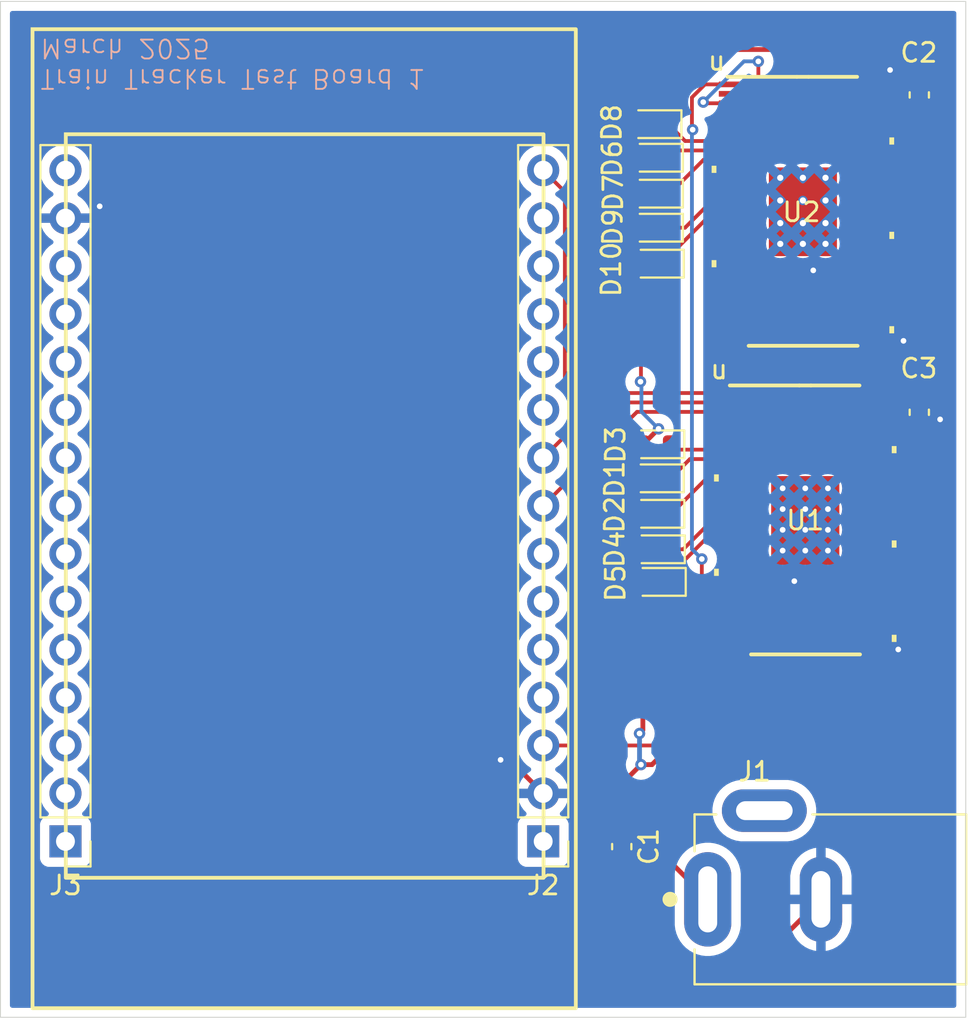
<source format=kicad_pcb>
(kicad_pcb (version 20240108) (generator "pcbnew") (generator_version "8.0")
  (layers (0 "F.Cu" signal) (31 "B.Cu" power) (34 "B.Paste" user) (35 "F.Paste" user) (36 "B.SilkS" user "B.Silkscreen") (37 "F.SilkS" user "F.Silkscreen") (38 "B.Mask" user) (39 "F.Mask" user) (44 "Edge.Cuts" user))
  (net 0 "")
  (net 1 "/5V")
  (net 2 "GND")
  (net 20 "/LED3")
  (net 21 "/GSCLK")
  (net 25 "/LED2")
  (net 31 "/SOUT")
  (net 33 "/LED1")
  (net 34 "/LED4")
  (net 36 "/SCLK")
  (net 43 "/LAT")
  (net 45 "/DATA")
  (net 47 "/LED5")
  (net 57 "/LED7")
  (net 61 "/LED6")
  (net 71 "/LED10")
  (net 98 "/LED9")
  (net 104 "/LED8")
  (net 105 "/D33")
  (net 106 "/VP")
  (net 107 "/D12")
  (net 108 "/D35")
  (net 109 "/Vin")
  (net 110 "/D32")
  (net 111 "/EN")
  (net 112 "/VN")
  (net 113 "/D26")
  (net 114 "/D13")
  (net 115 "/D25")
  (net 116 "/D34")
  (net 117 "/D27")
  (net 118 "/D14")
  (net 119 "/3V3")
  (net 120 "/TX2")
  (net 121 "/TX0")
  (net 122 "/RX2")
  (net 123 "/RX0")
  (net 124 "/D4")
  (net 125 "/D2")
  (net 126 "/D22")
  (net 127 "/D19")
  (net 128 "/D21")
  (footprint "TrainTrackerTest_mod:DCA0056F_N" (layer "F.Cu") (at 110.413719 62.300401)
    (property "Reference" "U2" (at -0.073719 0.019599 0) (layer "F.SilkS"))
    (property "Value" "TLC5955DCAR")
    (fp_line (start -4 -7.149998) (end -0.316042 -7.149998) (stroke (width 0.2)) (layer "F.SilkS"))
    (fp_line (start -2.875001 7.100001) (end 2.902514 7.100001) (stroke (width 0.2)) (layer "F.SilkS"))
    (fp_line (start -0.316042 -7.149998) (end 0.299999 -7.150001) (stroke (width 0.2)) (layer "F.SilkS"))
    (fp_line (start 0.299999 -7.150001) (end 2.875001 -7.150001) (stroke (width 0.2)) (layer "F.SilkS"))
    (fp_poly (pts (xy -4.584619 -2.440496) (xy -4.838619 -2.440496) (xy -4.838619 -2.059495) (xy -4.584619 -2.059495)) (fill solid) (layer "F.SilkS"))
    (fp_poly (pts (xy -4.584619 2.559494) (xy -4.838619 2.559494) (xy -4.838619 2.940494) (xy -4.584619 2.940494)) (fill solid) (layer "F.SilkS"))
    (fp_poly (pts (xy 4.584781 -3.940492) (xy 4.838781 -3.940492) (xy 4.838781 -3.559492) (xy 4.584781 -3.559492)) (fill solid) (layer "F.SilkS"))
    (fp_poly (pts (xy 4.584781 1.059498) (xy 4.838781 1.059498) (xy 4.838781 1.440498) (xy 4.584781 1.440498)) (fill solid) (layer "F.SilkS"))
    (fp_poly (pts (xy 4.584781 6.059487) (xy 4.838781 6.059487) (xy 4.838781 6.440488) (xy 4.584781 6.440488)) (fill solid) (layer "F.SilkS"))
    (fp_text user "u" (at -4.572 -8.001 0) (layer "F.SilkS"))
    (pad "1" smd rect (at -3.822619 -6.749986) (size 1.27 0.299999) (layers "F.Cu" "F.Paste" "F.Mask") (net 31 "/SOUT"))
    (pad "2" smd rect (at -3.822619 -6.249988) (size 1.27 0.299999) (layers "F.Cu" "F.Paste" "F.Mask") (net 36 "/SCLK"))
    (pad "3" smd rect (at -3.822619 -5.749988) (size 1.27 0.299999) (layers "F.Cu" "F.Paste" "F.Mask") (net 43 "/LAT"))
    (pad "4" smd rect (at -3.822619 -5.24999) (size 1.27 0.299999) (layers "F.Cu" "F.Paste" "F.Mask"))
    (pad "5" smd rect (at -3.822619 -4.74999) (size 1.27 0.299999) (layers "F.Cu" "F.Paste" "F.Mask"))
    (pad "6" smd rect (at -3.822619 -4.249991) (size 1.27 0.299999) (layers "F.Cu" "F.Paste" "F.Mask"))
    (pad "7" smd rect (at -3.822619 -3.749992) (size 1.27 0.299999) (layers "F.Cu" "F.Paste" "F.Mask") (net 104 "/LED8"))
    (pad "8" smd rect (at -3.822619 -3.249994) (size 1.27 0.299999) (layers "F.Cu" "F.Paste" "F.Mask") (net 61 "/LED6"))
    (pad "9" smd rect (at -3.822619 -2.749994) (size 1.27 0.299999) (layers "F.Cu" "F.Paste" "F.Mask") (net 57 "/LED7"))
    (pad "10" smd rect (at -3.822619 -2.249996) (size 1.27 0.299999) (layers "F.Cu" "F.Paste" "F.Mask"))
    (pad "11" smd rect (at -3.822619 -1.749996) (size 1.27 0.299999) (layers "F.Cu" "F.Paste" "F.Mask"))
    (pad "12" smd rect (at -3.822619 -1.249997) (size 1.27 0.299999) (layers "F.Cu" "F.Paste" "F.Mask"))
    (pad "13" smd rect (at -3.822619 -0.749998) (size 1.27 0.299999) (layers "F.Cu" "F.Paste" "F.Mask"))
    (pad "14" smd rect (at -3.822619 -0.25) (size 1.27 0.299999) (layers "F.Cu" "F.Paste" "F.Mask") (net 98 "/LED9"))
    (pad "15" smd rect (at -3.822619 0.25) (size 1.27 0.299999) (layers "F.Cu" "F.Paste" "F.Mask") (net 71 "/LED10"))
    (pad "16" smd rect (at -3.822619 0.749998) (size 1.27 0.299999) (layers "F.Cu" "F.Paste" "F.Mask"))
    (pad "17" smd rect (at -3.822619 1.249997) (size 1.27 0.299999) (layers "F.Cu" "F.Paste" "F.Mask"))
    (pad "18" smd rect (at -3.822619 1.749996) (size 1.27 0.299999) (layers "F.Cu" "F.Paste" "F.Mask"))
    (pad "19" smd rect (at -3.822619 2.249996) (size 1.27 0.299999) (layers "F.Cu" "F.Paste" "F.Mask"))
    (pad "20" smd rect (at -3.822619 2.749994) (size 1.27 0.299999) (layers "F.Cu" "F.Paste" "F.Mask"))
    (pad "21" smd rect (at -3.822619 3.249994) (size 1.27 0.299999) (layers "F.Cu" "F.Paste" "F.Mask"))
    (pad "22" smd rect (at -3.822619 3.749992) (size 1.27 0.299999) (layers "F.Cu" "F.Paste" "F.Mask"))
    (pad "23" smd rect (at -3.822619 4.249991) (size 1.27 0.299999) (layers "F.Cu" "F.Paste" "F.Mask"))
    (pad "24" smd rect (at -3.822619 4.74999) (size 1.27 0.299999) (layers "F.Cu" "F.Paste" "F.Mask"))
    (pad "25" smd rect (at -3.822619 5.24999) (size 1.27 0.299999) (layers "F.Cu" "F.Paste" "F.Mask"))
    (pad "26" smd rect (at -3.822619 5.749988) (size 1.27 0.299999) (layers "F.Cu" "F.Paste" "F.Mask"))
    (pad "27" smd rect (at -3.822619 6.249988) (size 1.27 0.299999) (layers "F.Cu" "F.Paste" "F.Mask"))
    (pad "28" smd rect (at -3.822619 6.749986) (size 1.27 0.299999) (layers "F.Cu" "F.Paste" "F.Mask"))
    (pad "29" smd rect (at 3.822781 6.749986) (size 1.27 0.299999) (layers "F.Cu" "F.Paste" "F.Mask") (net 2 "GND"))
    (pad "30" smd rect (at 3.822781 6.249988) (size 1.27 0.299999) (layers "F.Cu" "F.Paste" "F.Mask"))
    (pad "31" smd rect (at 3.822781 5.749988) (size 1.27 0.299999) (layers "F.Cu" "F.Paste" "F.Mask"))
    (pad "32" smd rect (at 3.822781 5.24999) (size 1.27 0.299999) (layers "F.Cu" "F.Paste" "F.Mask"))
    (pad "33" smd rect (at 3.822781 4.74999) (size 1.27 0.299999) (layers "F.Cu" "F.Paste" "F.Mask"))
    (pad "34" smd rect (at 3.822781 4.249991) (size 1.27 0.299999) (layers "F.Cu" "F.Paste" "F.Mask"))
    (pad "35" smd rect (at 3.822781 3.749992) (size 1.27 0.299999) (layers "F.Cu" "F.Paste" "F.Mask"))
    (pad "36" smd rect (at 3.822781 3.249994) (size 1.27 0.299999) (layers "F.Cu" "F.Paste" "F.Mask"))
    (pad "37" smd rect (at 3.822781 2.749994) (size 1.27 0.299999) (layers "F.Cu" "F.Paste" "F.Mask"))
    (pad "38" smd rect (at 3.822781 2.249996) (size 1.27 0.299999) (layers "F.Cu" "F.Paste" "F.Mask"))
    (pad "39" smd rect (at 3.822781 1.749996) (size 1.27 0.299999) (layers "F.Cu" "F.Paste" "F.Mask"))
    (pad "40" smd rect (at 3.822781 1.249997) (size 1.27 0.299999) (layers "F.Cu" "F.Paste" "F.Mask"))
    (pad "41" smd rect (at 3.822781 0.749998) (size 1.27 0.299999) (layers "F.Cu" "F.Paste" "F.Mask"))
    (pad "42" smd rect (at 3.822781 0.25) (size 1.27 0.299999) (layers "F.Cu" "F.Paste" "F.Mask"))
    (pad "43" smd rect (at 3.822781 -0.25) (size 1.27 0.299999) (layers "F.Cu" "F.Paste" "F.Mask"))
    (pad "44" smd rect (at 3.822781 -0.749998) (size 1.27 0.299999) (layers "F.Cu" "F.Paste" "F.Mask"))
    (pad "45" smd rect (at 3.822781 -1.249997) (size 1.27 0.299999) (layers "F.Cu" "F.Paste" "F.Mask"))
    (pad "46" smd rect (at 3.822781 -1.749996) (size 1.27 0.299999) (layers "F.Cu" "F.Paste" "F.Mask"))
    (pad "47" smd rect (at 3.822781 -2.249996) (size 1.27 0.299999) (layers "F.Cu" "F.Paste" "F.Mask"))
    (pad "48" smd rect (at 3.822781 -2.749994) (size 1.27 0.299999) (layers "F.Cu" "F.Paste" "F.Mask"))
    (pad "49" smd rect (at 3.822781 -3.249994) (size 1.27 0.299999) (layers "F.Cu" "F.Paste" "F.Mask"))
    (pad "50" smd rect (at 3.822781 -3.749992) (size 1.27 0.299999) (layers "F.Cu" "F.Paste" "F.Mask"))
    (pad "51" smd rect (at 3.822781 -4.249991) (size 1.27 0.299999) (layers "F.Cu" "F.Paste" "F.Mask"))
    (pad "52" smd rect (at 3.822781 -4.74999) (size 1.27 0.299999) (layers "F.Cu" "F.Paste" "F.Mask"))
    (pad "53" smd rect (at 3.822781 -5.24999) (size 1.27 0.299999) (layers "F.Cu" "F.Paste" "F.Mask"))
    (pad "54" smd rect (at 3.822781 -5.749988) (size 1.27 0.299999) (layers "F.Cu" "F.Paste" "F.Mask") (net 1 "/5V"))
    (pad "55" smd rect (at 3.822781 -6.249988) (size 1.27 0.299999) (layers "F.Cu" "F.Paste" "F.Mask") (net 21 "/GSCLK"))
    (pad "56" smd rect (at 3.822781 -6.749986) (size 1.27 0.299999) (layers "F.Cu" "F.Paste" "F.Mask") (net 2 "GND"))
    (pad "57" smd rect (at 0.000081 0) (size 3.610001 4.700001) (layers "F.Cu" "F.Paste" "F.Mask") (net 2 "GND"))
    (pad "V" thru_hole circle (at -1.2 -1.8) (size 0.499999 0.499999) (drill 0.3302) (layers "*.Cu" "*.Mask") (net 2 "GND"))
    (pad "V" thru_hole circle (at -1.2 -0.6) (size 0.499999 0.499999) (drill 0.3302) (layers "*.Cu" "*.Mask") (net 2 "GND"))
    (pad "V" thru_hole circle (at -1.2 0.6) (size 0.499999 0.499999) (drill 0.3302) (layers "*.Cu" "*.Mask") (net 2 "GND"))
    (pad "V" thru_hole circle (at -1.2 1.7) (size 0.499999 0.499999) (drill 0.3302) (layers "*.Cu" "*.Mask") (net 2 "GND"))
    (pad "V" thru_hole circle (at 0 -1.8) (size 0.499999 0.499999) (drill 0.3302) (layers "*.Cu" "*.Mask") (net 2 "GND"))
    (pad "V" thru_hole circle (at 0 -0.6) (size 0.499999 0.499999) (drill 0.3302) (layers "*.Cu" "*.Mask") (net 2 "GND"))
    (pad "V" thru_hole circle (at 0 0.6) (size 0.499999 0.499999) (drill 0.3302) (layers "*.Cu" "*.Mask") (net 2 "GND"))
    (pad "V" thru_hole circle (at 0 1.7) (size 0.499999 0.499999) (drill 0.3302) (layers "*.Cu" "*.Mask") (net 2 "GND"))
    (pad "V" thru_hole circle (at 1.2 -1.8) (size 0.499999 0.499999) (drill 0.3302) (layers "*.Cu" "*.Mask") (net 2 "GND"))
    (pad "V" thru_hole circle (at 1.2 -0.6) (size 0.499999 0.499999) (drill 0.3302) (layers "*.Cu" "*.Mask") (net 2 "GND"))
    (pad "V" thru_hole circle (at 1.2 0.6) (size 0.499999 0.499999) (drill 0.3302) (layers "*.Cu" "*.Mask") (net 2 "GND"))
    (pad "V" thru_hole circle (at 1.2 1.7) (size 0.499999 0.499999) (drill 0.3302) (layers "*.Cu" "*.Mask") (net 2 "GND"))
  )
  (footprint "LED_SMD:LED_0603_1608Metric" (layer "F.Cu") (at 102.717519 81.909201 180)
    (property "Reference" "D5" (at 2.2352 -0.0762 90) (layer "F.SilkS"))
    (property "Value" "LED")
    (fp_line (start 0.8 -0.735) (end -1.485 -0.735) (stroke (width 0.12)) (layer "F.SilkS"))
    (fp_line (start -1.485 0.735) (end 0.8 0.735) (stroke (width 0.12)) (layer "F.SilkS"))
    (fp_line (start -1.485 -0.735) (end -1.485 0.735) (stroke (width 0.12)) (layer "F.SilkS"))
    (pad "1" smd roundrect (at -0.7875 0 180) (size 0.875 0.95) (layers "F.Cu" "F.Paste" "F.Mask") (net 47 "/LED5"))
    (pad "2" smd roundrect (at 0.7875 0 180) (size 0.875 0.95) (layers "F.Cu" "F.Paste" "F.Mask") (net 1 "/5V"))
  )
  (footprint "Connector_PinHeader_2.54mm:PinHeader_1x15_P2.54mm_Vertical" (layer "F.Cu") (at 96.6446 95.6564 180)
    (property "Reference" "J2" (at 0 -2.33 0) (layer "F.SilkS"))
    (property "Value" "Conn_01x15_Socket")
    (fp_line (start 1.33 1.27) (end 1.33 36.89) (stroke (width 0.12)) (layer "F.SilkS"))
    (fp_line (start -1.33 36.89) (end 1.33 36.89) (stroke (width 0.12)) (layer "F.SilkS"))
    (fp_line (start -1.33 1.27) (end 1.33 1.27) (stroke (width 0.12)) (layer "F.SilkS"))
    (fp_line (start -1.33 1.27) (end -1.33 36.89) (stroke (width 0.12)) (layer "F.SilkS"))
    (fp_line (start -1.33 0) (end -1.33 -1.33) (stroke (width 0.12)) (layer "F.SilkS"))
    (fp_line (start -1.33 -1.33) (end 0 -1.33) (stroke (width 0.12)) (layer "F.SilkS"))
    (pad "1" thru_hole rect (at 0 0 180) (size 1.7 1.7) (drill 1) (layers "*.Cu" "*.Mask") (net 119 "/3V3"))
    (pad "2" thru_hole oval (at 0 2.54 180) (size 1.7 1.7) (drill 1) (layers "*.Cu" "*.Mask") (net 2 "GND"))
    (pad "3" thru_hole oval (at 0 5.08 180) (size 1.7 1.7) (drill 1) (layers "*.Cu" "*.Mask") (net 21 "/GSCLK"))
    (pad "4" thru_hole oval (at 0 7.62 180) (size 1.7 1.7) (drill 1) (layers "*.Cu" "*.Mask") (net 125 "/D2"))
    (pad "5" thru_hole oval (at 0 10.16 180) (size 1.7 1.7) (drill 1) (layers "*.Cu" "*.Mask") (net 124 "/D4"))
    (pad "6" thru_hole oval (at 0 12.7 180) (size 1.7 1.7) (drill 1) (layers "*.Cu" "*.Mask") (net 122 "/RX2"))
    (pad "7" thru_hole oval (at 0 15.24 180) (size 1.7 1.7) (drill 1) (layers "*.Cu" "*.Mask") (net 120 "/TX2"))
    (pad "8" thru_hole oval (at 0 17.78 180) (size 1.7 1.7) (drill 1) (layers "*.Cu" "*.Mask") (net 43 "/LAT"))
    (pad "9" thru_hole oval (at 0 20.32 180) (size 1.7 1.7) (drill 1) (layers "*.Cu" "*.Mask") (net 36 "/SCLK"))
    (pad "10" thru_hole oval (at 0 22.86 180) (size 1.7 1.7) (drill 1) (layers "*.Cu" "*.Mask") (net 127 "/D19"))
    (pad "11" thru_hole oval (at 0 25.4 180) (size 1.7 1.7) (drill 1) (layers "*.Cu" "*.Mask") (net 128 "/D21"))
    (pad "12" thru_hole oval (at 0 27.94 180) (size 1.7 1.7) (drill 1) (layers "*.Cu" "*.Mask") (net 123 "/RX0"))
    (pad "13" thru_hole oval (at 0 30.48 180) (size 1.7 1.7) (drill 1) (layers "*.Cu" "*.Mask") (net 121 "/TX0"))
    (pad "14" thru_hole oval (at 0 33.02 180) (size 1.7 1.7) (drill 1) (layers "*.Cu" "*.Mask") (net 126 "/D22"))
    (pad "15" thru_hole oval (at 0 35.56 180) (size 1.7 1.7) (drill 1) (layers "*.Cu" "*.Mask") (net 45 "/DATA"))
  )
  (footprint "LED_SMD:LED_0603_1608Metric" (layer "F.Cu") (at 102.5652 59.4368 180)
    (property "Reference" "D6" (at 2.2606 -0.05 90) (layer "F.SilkS"))
    (property "Value" "LED")
    (fp_line (start 0.8 -0.735) (end -1.485 -0.735) (stroke (width 0.12)) (layer "F.SilkS"))
    (fp_line (start -1.485 0.735) (end 0.8 0.735) (stroke (width 0.12)) (layer "F.SilkS"))
    (fp_line (start -1.485 -0.735) (end -1.485 0.735) (stroke (width 0.12)) (layer "F.SilkS"))
    (pad "1" smd roundrect (at -0.7875 0 180) (size 0.875 0.95) (layers "F.Cu" "F.Paste" "F.Mask") (net 61 "/LED6"))
    (pad "2" smd roundrect (at 0.7875 0 180) (size 0.875 0.95) (layers "F.Cu" "F.Paste" "F.Mask") (net 1 "/5V"))
  )
  (footprint "LED_SMD:LED_0603_1608Metric" (layer "F.Cu") (at 102.489 57.658 180)
    (property "Reference" "D8" (at 2.2098 0.0762 90) (layer "F.SilkS"))
    (property "Value" "LED")
    (fp_line (start 0.8 -0.735) (end -1.485 -0.735) (stroke (width 0.12)) (layer "F.SilkS"))
    (fp_line (start -1.485 0.735) (end 0.8 0.735) (stroke (width 0.12)) (layer "F.SilkS"))
    (fp_line (start -1.485 -0.735) (end -1.485 0.735) (stroke (width 0.12)) (layer "F.SilkS"))
    (pad "1" smd roundrect (at -0.7875 0 180) (size 0.875 0.95) (layers "F.Cu" "F.Paste" "F.Mask") (net 104 "/LED8"))
    (pad "2" smd roundrect (at 0.7875 0 180) (size 0.875 0.95) (layers "F.Cu" "F.Paste" "F.Mask") (net 1 "/5V"))
  )
  (footprint "LED_SMD:LED_0603_1608Metric" (layer "F.Cu") (at 102.641319 74.619401 180)
    (property "Reference" "D3" (at 2.159 -0.0254 90) (layer "F.SilkS"))
    (property "Value" "LED")
    (fp_line (start 0.8 -0.735) (end -1.485 -0.735) (stroke (width 0.12)) (layer "F.SilkS"))
    (fp_line (start -1.485 0.735) (end 0.8 0.735) (stroke (width 0.12)) (layer "F.SilkS"))
    (fp_line (start -1.485 -0.735) (end -1.485 0.735) (stroke (width 0.12)) (layer "F.SilkS"))
    (pad "1" smd roundrect (at -0.7875 0 180) (size 0.875 0.95) (layers "F.Cu" "F.Paste" "F.Mask") (net 20 "/LED3"))
    (pad "2" smd roundrect (at 0.7875 0 180) (size 0.875 0.95) (layers "F.Cu" "F.Paste" "F.Mask") (net 1 "/5V"))
  )
  (footprint "Connector_PinHeader_2.54mm:PinHeader_1x15_P2.54mm_Vertical" (layer "F.Cu") (at 71.3146 95.6564 180)
    (property "Reference" "J3" (at 0 -2.33 0) (layer "F.SilkS"))
    (property "Value" "Conn_01x15_Socket")
    (fp_line (start 1.33 1.27) (end 1.33 36.89) (stroke (width 0.12)) (layer "F.SilkS"))
    (fp_line (start -1.33 36.89) (end 1.33 36.89) (stroke (width 0.12)) (layer "F.SilkS"))
    (fp_line (start -1.33 1.27) (end 1.33 1.27) (stroke (width 0.12)) (layer "F.SilkS"))
    (fp_line (start -1.33 1.27) (end -1.33 36.89) (stroke (width 0.12)) (layer "F.SilkS"))
    (fp_line (start -1.33 0) (end -1.33 -1.33) (stroke (width 0.12)) (layer "F.SilkS"))
    (fp_line (start -1.33 -1.33) (end 0 -1.33) (stroke (width 0.12)) (layer "F.SilkS"))
    (pad "1" thru_hole rect (at 0 0 180) (size 1.7 1.7) (drill 1) (layers "*.Cu" "*.Mask") (net 111 "/EN"))
    (pad "2" thru_hole oval (at 0 2.54 180) (size 1.7 1.7) (drill 1) (layers "*.Cu" "*.Mask") (net 106 "/VP"))
    (pad "3" thru_hole oval (at 0 5.08 180) (size 1.7 1.7) (drill 1) (layers "*.Cu" "*.Mask") (net 112 "/VN"))
    (pad "4" thru_hole oval (at 0 7.62 180) (size 1.7 1.7) (drill 1) (layers "*.Cu" "*.Mask") (net 116 "/D34"))
    (pad "5" thru_hole oval (at 0 10.16 180) (size 1.7 1.7) (drill 1) (layers "*.Cu" "*.Mask") (net 108 "/D35"))
    (pad "6" thru_hole oval (at 0 12.7 180) (size 1.7 1.7) (drill 1) (layers "*.Cu" "*.Mask") (net 110 "/D32"))
    (pad "7" thru_hole oval (at 0 15.24 180) (size 1.7 1.7) (drill 1) (layers "*.Cu" "*.Mask") (net 105 "/D33"))
    (pad "8" thru_hole oval (at 0 17.78 180) (size 1.7 1.7) (drill 1) (layers "*.Cu" "*.Mask") (net 115 "/D25"))
    (pad "9" thru_hole oval (at 0 20.32 180) (size 1.7 1.7) (drill 1) (layers "*.Cu" "*.Mask") (net 113 "/D26"))
    (pad "10" thru_hole oval (at 0 22.86 180) (size 1.7 1.7) (drill 1) (layers "*.Cu" "*.Mask") (net 117 "/D27"))
    (pad "11" thru_hole oval (at 0 25.4 180) (size 1.7 1.7) (drill 1) (layers "*.Cu" "*.Mask") (net 118 "/D14"))
    (pad "12" thru_hole oval (at 0 27.94 180) (size 1.7 1.7) (drill 1) (layers "*.Cu" "*.Mask") (net 107 "/D12"))
    (pad "13" thru_hole oval (at 0 30.48 180) (size 1.7 1.7) (drill 1) (layers "*.Cu" "*.Mask") (net 114 "/D13"))
    (pad "14" thru_hole oval (at 0 33.02 180) (size 1.7 1.7) (drill 1) (layers "*.Cu" "*.Mask") (net 2 "GND"))
    (pad "15" thru_hole oval (at 0 35.56 180) (size 1.7 1.7) (drill 1) (layers "*.Cu" "*.Mask") (net 109 "/Vin"))
  )
  (footprint "LED_SMD:LED_0603_1608Metric" (layer "F.Cu") (at 102.5652 61.341 180)
    (property "Reference" "D7" (at 2.2098 0.0508 90) (layer "F.SilkS"))
    (property "Value" "LED")
    (fp_line (start 0.8 -0.735) (end -1.485 -0.735) (stroke (width 0.12)) (layer "F.SilkS"))
    (fp_line (start -1.485 0.735) (end 0.8 0.735) (stroke (width 0.12)) (layer "F.SilkS"))
    (fp_line (start -1.485 -0.735) (end -1.485 0.735) (stroke (width 0.12)) (layer "F.SilkS"))
    (pad "1" smd roundrect (at -0.7875 0 180) (size 0.875 0.95) (layers "F.Cu" "F.Paste" "F.Mask") (net 57 "/LED7"))
    (pad "2" smd roundrect (at 0.7875 0 180) (size 0.875 0.95) (layers "F.Cu" "F.Paste" "F.Mask") (net 1 "/5V"))
  )
  (footprint "LED_SMD:LED_0603_1608Metric" (layer "F.Cu") (at 102.615919 76.422801 180)
    (property "Reference" "D1" (at 2.1844 -0.0508 90) (layer "F.SilkS"))
    (property "Value" "LED")
    (fp_line (start 0.8 -0.735) (end -1.485 -0.735) (stroke (width 0.12)) (layer "F.SilkS"))
    (fp_line (start -1.485 0.735) (end 0.8 0.735) (stroke (width 0.12)) (layer "F.SilkS"))
    (fp_line (start -1.485 -0.735) (end -1.485 0.735) (stroke (width 0.12)) (layer "F.SilkS"))
    (pad "1" smd roundrect (at -0.7875 0 180) (size 0.875 0.95) (layers "F.Cu" "F.Paste" "F.Mask") (net 33 "/LED1"))
    (pad "2" smd roundrect (at 0.7875 0 180) (size 0.875 0.95) (layers "F.Cu" "F.Paste" "F.Mask") (net 1 "/5V"))
  )
  (footprint "Capacitor_SMD:C_0603_1608Metric" (layer "F.Cu") (at 116.586 56.1086 90)
    (property "Reference" "C2" (at 2.2352 -0.0254 0) (layer "F.SilkS"))
    (property "Value" "0.1uF")
    (fp_line (start -0.14058 -0.51) (end 0.14058 -0.51) (stroke (width 0.12)) (layer "F.SilkS"))
    (fp_line (start -0.14058 0.51) (end 0.14058 0.51) (stroke (width 0.12)) (layer "F.SilkS"))
    (pad "1" smd roundrect (at -0.775 0 90) (size 0.9 0.95) (layers "F.Cu" "F.Paste" "F.Mask") (net 1 "/5V"))
    (pad "2" smd roundrect (at 0.775 0 90) (size 0.9 0.95) (layers "F.Cu" "F.Paste" "F.Mask") (net 2 "GND"))
  )
  (footprint "TrainTrackerTest_mod:DCA0056F_N" (layer "F.Cu") (at 110.540638 78.652202)
    (property "Reference" "U1" (at 0 0 0) (layer "F.SilkS"))
    (property "Value" "TLC5955DCAR")
    (fp_line (start -4 -7.149998) (end -0.316042 -7.149998) (stroke (width 0.2)) (layer "F.SilkS"))
    (fp_line (start -2.875001 7.100001) (end 2.902514 7.100001) (stroke (width 0.2)) (layer "F.SilkS"))
    (fp_line (start -0.316042 -7.149998) (end 0.299999 -7.150001) (stroke (width 0.2)) (layer "F.SilkS"))
    (fp_line (start 0.299999 -7.150001) (end 2.875001 -7.150001) (stroke (width 0.2)) (layer "F.SilkS"))
    (fp_poly (pts (xy -4.584619 -2.440496) (xy -4.838619 -2.440496) (xy -4.838619 -2.059495) (xy -4.584619 -2.059495)) (fill solid) (layer "F.SilkS"))
    (fp_poly (pts (xy -4.584619 2.559494) (xy -4.838619 2.559494) (xy -4.838619 2.940494) (xy -4.584619 2.940494)) (fill solid) (layer "F.SilkS"))
    (fp_poly (pts (xy 4.584781 -3.940492) (xy 4.838781 -3.940492) (xy 4.838781 -3.559492) (xy 4.584781 -3.559492)) (fill solid) (layer "F.SilkS"))
    (fp_poly (pts (xy 4.584781 1.059498) (xy 4.838781 1.059498) (xy 4.838781 1.440498) (xy 4.584781 1.440498)) (fill solid) (layer "F.SilkS"))
    (fp_poly (pts (xy 4.584781 6.059487) (xy 4.838781 6.059487) (xy 4.838781 6.440488) (xy 4.584781 6.440488)) (fill solid) (layer "F.SilkS"))
    (fp_text user "u" (at -4.572 -8.001 0) (layer "F.SilkS"))
    (pad "1" smd rect (at -3.822619 -6.749986) (size 1.27 0.299999) (layers "F.Cu" "F.Paste" "F.Mask") (net 45 "/DATA"))
    (pad "2" smd rect (at -3.822619 -6.249988) (size 1.27 0.299999) (layers "F.Cu" "F.Paste" "F.Mask") (net 36 "/SCLK"))
    (pad "3" smd rect (at -3.822619 -5.749988) (size 1.27 0.299999) (layers "F.Cu" "F.Paste" "F.Mask") (net 43 "/LAT"))
    (pad "4" smd rect (at -3.822619 -5.24999) (size 1.27 0.299999) (layers "F.Cu" "F.Paste" "F.Mask"))
    (pad "5" smd rect (at -3.822619 -4.74999) (size 1.27 0.299999) (layers "F.Cu" "F.Paste" "F.Mask"))
    (pad "6" smd rect (at -3.822619 -4.249991) (size 1.27 0.299999) (layers "F.Cu" "F.Paste" "F.Mask"))
    (pad "7" smd rect (at -3.822619 -3.749992) (size 1.27 0.299999) (layers "F.Cu" "F.Paste" "F.Mask") (net 20 "/LED3"))
    (pad "8" smd rect (at -3.822619 -3.249994) (size 1.27 0.299999) (layers "F.Cu" "F.Paste" "F.Mask") (net 33 "/LED1"))
    (pad "9" smd rect (at -3.822619 -2.749994) (size 1.27 0.299999) (layers "F.Cu" "F.Paste" "F.Mask") (net 25 "/LED2"))
    (pad "10" smd rect (at -3.822619 -2.249996) (size 1.27 0.299999) (layers "F.Cu" "F.Paste" "F.Mask"))
    (pad "11" smd rect (at -3.822619 -1.749996) (size 1.27 0.299999) (layers "F.Cu" "F.Paste" "F.Mask"))
    (pad "12" smd rect (at -3.822619 -1.249997) (size 1.27 0.299999) (layers "F.Cu" "F.Paste" "F.Mask"))
    (pad "13" smd rect (at -3.822619 -0.749998) (size 1.27 0.299999) (layers "F.Cu" "F.Paste" "F.Mask"))
    (pad "14" smd rect (at -3.822619 -0.25) (size 1.27 0.299999) (layers "F.Cu" "F.Paste" "F.Mask") (net 34 "/LED4"))
    (pad "15" smd rect (at -3.822619 0.25) (size 1.27 0.299999) (layers "F.Cu" "F.Paste" "F.Mask") (net 47 "/LED5"))
    (pad "16" smd rect (at -3.822619 0.749998) (size 1.27 0.299999) (layers "F.Cu" "F.Paste" "F.Mask"))
    (pad "17" smd rect (at -3.822619 1.249997) (size 1.27 0.299999) (layers "F.Cu" "F.Paste" "F.Mask"))
    (pad "18" smd rect (at -3.822619 1.749996) (size 1.27 0.299999) (layers "F.Cu" "F.Paste" "F.Mask"))
    (pad "19" smd rect (at -3.822619 2.249996) (size 1.27 0.299999) (layers "F.Cu" "F.Paste" "F.Mask"))
    (pad "20" smd rect (at -3.822619 2.749994) (size 1.27 0.299999) (layers "F.Cu" "F.Paste" "F.Mask"))
    (pad "21" smd rect (at -3.822619 3.249994) (size 1.27 0.299999) (layers "F.Cu" "F.Paste" "F.Mask"))
    (pad "22" smd rect (at -3.822619 3.749992) (size 1.27 0.299999) (layers "F.Cu" "F.Paste" "F.Mask"))
    (pad "23" smd rect (at -3.822619 4.249991) (size 1.27 0.299999) (layers "F.Cu" "F.Paste" "F.Mask"))
    (pad "24" smd rect (at -3.822619 4.74999) (size 1.27 0.299999) (layers "F.Cu" "F.Paste" "F.Mask"))
    (pad "25" smd rect (at -3.822619 5.24999) (size 1.27 0.299999) (layers "F.Cu" "F.Paste" "F.Mask"))
    (pad "26" smd rect (at -3.822619 5.749988) (size 1.27 0.299999) (layers "F.Cu" "F.Paste" "F.Mask"))
    (pad "27" smd rect (at -3.822619 6.249988) (size 1.27 0.299999) (layers "F.Cu" "F.Paste" "F.Mask"))
    (pad "28" smd rect (at -3.822619 6.749986) (size 1.27 0.299999) (layers "F.Cu" "F.Paste" "F.Mask") (net 31 "/SOUT"))
    (pad "29" smd rect (at 3.822781 6.749986) (size 1.27 0.299999) (layers "F.Cu" "F.Paste" "F.Mask") (net 2 "GND"))
    (pad "30" smd rect (at 3.822781 6.249988) (size 1.27 0.299999) (layers "F.Cu" "F.Paste" "F.Mask"))
    (pad "31" smd rect (at 3.822781 5.749988) (size 1.27 0.299999) (layers "F.Cu" "F.Paste" "F.Mask"))
    (pad "32" smd rect (at 3.822781 5.24999) (size 1.27 0.299999) (layers "F.Cu" "F.Paste" "F.Mask"))
    (pad "33" smd rect (at 3.822781 4.74999) (size 1.27 0.299999) (layers "F.Cu" "F.Paste" "F.Mask"))
    (pad "34" smd rect (at 3.822781 4.249991) (size 1.27 0.299999) (layers "F.Cu" "F.Paste" "F.Mask"))
    (pad "35" smd rect (at 3.822781 3.749992) (size 1.27 0.299999) (layers "F.Cu" "F.Paste" "F.Mask"))
    (pad "36" smd rect (at 3.822781 3.249994) (size 1.27 0.299999) (layers "F.Cu" "F.Paste" "F.Mask"))
    (pad "37" smd rect (at 3.822781 2.749994) (size 1.27 0.299999) (layers "F.Cu" "F.Paste" "F.Mask"))
    (pad "38" smd rect (at 3.822781 2.249996) (size 1.27 0.299999) (layers "F.Cu" "F.Paste" "F.Mask"))
    (pad "39" smd rect (at 3.822781 1.749996) (size 1.27 0.299999) (layers "F.Cu" "F.Paste" "F.Mask"))
    (pad "40" smd rect (at 3.822781 1.249997) (size 1.27 0.299999) (layers "F.Cu" "F.Paste" "F.Mask"))
    (pad "41" smd rect (at 3.822781 0.749998) (size 1.27 0.299999) (layers "F.Cu" "F.Paste" "F.Mask"))
    (pad "42" smd rect (at 3.822781 0.25) (size 1.27 0.299999) (layers "F.Cu" "F.Paste" "F.Mask"))
    (pad "43" smd rect (at 3.822781 -0.25) (size 1.27 0.299999) (layers "F.Cu" "F.Paste" "F.Mask"))
    (pad "44" smd rect (at 3.822781 -0.749998) (size 1.27 0.299999) (layers "F.Cu" "F.Paste" "F.Mask"))
    (pad "45" smd rect (at 3.822781 -1.249997) (size 1.27 0.299999) (layers "F.Cu" "F.Paste" "F.Mask"))
    (pad "46" smd rect (at 3.822781 -1.749996) (size 1.27 0.299999) (layers "F.Cu" "F.Paste" "F.Mask"))
    (pad "47" smd rect (at 3.822781 -2.249996) (size 1.27 0.299999) (layers "F.Cu" "F.Paste" "F.Mask"))
    (pad "48" smd rect (at 3.822781 -2.749994) (size 1.27 0.299999) (layers "F.Cu" "F.Paste" "F.Mask"))
    (pad "49" smd rect (at 3.822781 -3.249994) (size 1.27 0.299999) (layers "F.Cu" "F.Paste" "F.Mask"))
    (pad "50" smd rect (at 3.822781 -3.749992) (size 1.27 0.299999) (layers "F.Cu" "F.Paste" "F.Mask"))
    (pad "51" smd rect (at 3.822781 -4.249991) (size 1.27 0.299999) (layers "F.Cu" "F.Paste" "F.Mask"))
    (pad "52" smd rect (at 3.822781 -4.74999) (size 1.27 0.299999) (layers "F.Cu" "F.Paste" "F.Mask"))
    (pad "53" smd rect (at 3.822781 -5.24999) (size 1.27 0.299999) (layers "F.Cu" "F.Paste" "F.Mask"))
    (pad "54" smd rect (at 3.822781 -5.749988) (size 1.27 0.299999) (layers "F.Cu" "F.Paste" "F.Mask") (net 1 "/5V"))
    (pad "55" smd rect (at 3.822781 -6.249988) (size 1.27 0.299999) (layers "F.Cu" "F.Paste" "F.Mask") (net 21 "/GSCLK"))
    (pad "56" smd rect (at 3.822781 -6.749986) (size 1.27 0.299999) (layers "F.Cu" "F.Paste" "F.Mask") (net 2 "GND"))
    (pad "57" smd rect (at 0.000081 0) (size 3.610001 4.700001) (layers "F.Cu" "F.Paste" "F.Mask") (net 2 "GND"))
    (pad "V" thru_hole circle (at -1.2 -1.7) (size 0.499999 0.499999) (drill 0.3048) (layers "*.Cu" "*.Mask") (net 2 "GND"))
    (pad "V" thru_hole circle (at -1.2 -0.6) (size 0.499999 0.499999) (drill 0.3048) (layers "*.Cu" "*.Mask") (net 2 "GND"))
    (pad "V" thru_hole circle (at -1.2 0.5) (size 0.499999 0.499999) (drill 0.3048) (layers "*.Cu" "*.Mask") (net 2 "GND"))
    (pad "V" thru_hole circle (at -1.2 1.6) (size 0.499999 0.499999) (drill 0.3048) (layers "*.Cu" "*.Mask") (net 2 "GND"))
    (pad "V" thru_hole circle (at 0 -1.7) (size 0.499999 0.499999) (drill 0.3048) (layers "*.Cu" "*.Mask") (net 2 "GND"))
    (pad "V" thru_hole circle (at 0 -0.6) (size 0.499999 0.499999) (drill 0.3048) (layers "*.Cu" "*.Mask") (net 2 "GND"))
    (pad "V" thru_hole circle (at 0 0.5) (size 0.499999 0.499999) (drill 0.3048) (layers "*.Cu" "*.Mask") (net 2 "GND"))
    (pad "V" thru_hole circle (at 0 1.6) (size 0.499999 0.499999) (drill 0.3048) (layers "*.Cu" "*.Mask") (net 2 "GND"))
    (pad "V" thru_hole circle (at 1.2 -1.7) (size 0.499999 0.499999) (drill 0.3048) (layers "*.Cu" "*.Mask") (net 2 "GND"))
    (pad "V" thru_hole circle (at 1.2 -0.6) (size 0.499999 0.499999) (drill 0.3048) (layers "*.Cu" "*.Mask" "Eco1.User") (net 2 "GND"))
    (pad "V" thru_hole circle (at 1.2 0.5) (size 0.499999 0.499999) (drill 0.3048) (layers "*.Cu" "*.Mask") (net 2 "GND"))
    (pad "V" thru_hole circle (at 1.2 1.6) (size 0.499999 0.499999) (drill 0.3048) (layers "*.Cu" "*.Mask") (net 2 "GND"))
  )
  (footprint "Capacitor_SMD:C_0603_1608Metric" (layer "F.Cu") (at 100.81 95.935 -90)
    (property "Reference" "C1" (at 0 -1.43 90) (layer "F.SilkS"))
    (property "Value" "1000uF")
    (fp_line (start -0.14058 0.51) (end 0.14058 0.51) (stroke (width 0.12)) (layer "F.SilkS"))
    (fp_line (start -0.14058 -0.51) (end 0.14058 -0.51) (stroke (width 0.12)) (layer "F.SilkS"))
    (pad "1" smd roundrect (at -0.775 0 270) (size 0.9 0.95) (layers "F.Cu" "F.Paste" "F.Mask") (net 1 "/5V"))
    (pad "2" smd roundrect (at 0.775 0 270) (size 0.9 0.95) (layers "F.Cu" "F.Paste" "F.Mask") (net 2 "GND"))
  )
  (footprint "TrainTrackerTest_mod:CUI_PJ-002B" (layer "F.Cu") (at 105.37 98.73)
    (property "Reference" "J1" (at 2.486547 -6.769195 0) (layer "F.SilkS") (effects (font (size 1.000622 1.000622))))
    (property "Value" "PJ-002B")
    (fp_line (start -0.7 -4.5) (end 0.45 -4.5) (stroke (width 0.127)) (layer "F.SilkS"))
    (fp_line (start -0.7 -2.55) (end -0.7 -4.5) (stroke (width 0.127)) (layer "F.SilkS"))
    (fp_line (start -0.7 4.5) (end -0.7 2.65) (stroke (width 0.127)) (layer "F.SilkS"))
    (fp_line (start 5.55 -4.5) (end 13.7 -4.5) (stroke (width 0.127)) (layer "F.SilkS"))
    (fp_line (start 13.7 -4.5) (end 13.7 4.5) (stroke (width 0.127)) (layer "F.SilkS"))
    (fp_line (start 13.7 4.5) (end -0.7 4.5) (stroke (width 0.127)) (layer "F.SilkS"))
    (fp_circle (center -2 0) (end -1.8 0) (stroke (width 0.4)) (fill none) (layer "F.SilkS"))
    (pad "1" thru_hole oval (at 0 0) (size 2.5 5) (drill oval 1 3.5) (layers "*.Cu" "*.Mask") (net 1 "/5V"))
    (pad "2" thru_hole oval (at 6 0) (size 2.25 4.5) (drill oval 1 3) (layers "*.Cu" "*.Mask") (net 2 "GND"))
    (pad "3" thru_hole oval (at 3 -4.7) (size 4.5 2.25) (drill oval 3 1) (layers "*.Cu" "*.Mask"))
  )
  (footprint "LED_SMD:LED_0603_1608Metric" (layer "F.Cu") (at 102.5652 63.1444 180)
    (property "Reference" "D9" (at 2.2352 0.0254 90) (layer "F.SilkS"))
    (property "Value" "LED")
    (fp_line (start 0.8 -0.735) (end -1.485 -0.735) (stroke (width 0.12)) (layer "F.SilkS"))
    (fp_line (start -1.485 0.735) (end 0.8 0.735) (stroke (width 0.12)) (layer "F.SilkS"))
    (fp_line (start -1.485 -0.735) (end -1.485 0.735) (stroke (width 0.12)) (layer "F.SilkS"))
    (pad "1" smd roundrect (at -0.7875 0 180) (size 0.875 0.95) (layers "F.Cu" "F.Paste" "F.Mask") (net 98 "/LED9"))
    (pad "2" smd roundrect (at 0.7875 0 180) (size 0.875 0.95) (layers "F.Cu" "F.Paste" "F.Mask") (net 1 "/5V"))
  )
  (footprint "LED_SMD:LED_0603_1608Metric" (layer "F.Cu") (at 102.641219 78.302401 180)
    (property "Reference" "D2" (at 2.2097 -0.0508 90) (layer "F.SilkS"))
    (property "Value" "LED")
    (fp_line (start 0.8 -0.735) (end -1.485 -0.735) (stroke (width 0.12)) (layer "F.SilkS"))
    (fp_line (start -1.485 0.735) (end 0.8 0.735) (stroke (width 0.12)) (layer "F.SilkS"))
    (fp_line (start -1.485 -0.735) (end -1.485 0.735) (stroke (width 0.12)) (layer "F.SilkS"))
    (pad "1" smd roundrect (at -0.7875 0 180) (size 0.875 0.95) (layers "F.Cu" "F.Paste" "F.Mask") (net 25 "/LED2"))
    (pad "2" smd roundrect (at 0.7875 0 180) (size 0.875 0.95) (layers "F.Cu" "F.Paste" "F.Mask") (net 1 "/5V"))
  )
  (footprint "Capacitor_SMD:C_0603_1608Metric" (layer "F.Cu") (at 116.586 72.9234 90)
    (property "Reference" "C3" (at 2.3244 -0.0254 180) (layer "F.SilkS"))
    (property "Value" "0.1uF")
    (fp_line (start -0.14058 -0.51) (end 0.14058 -0.51) (stroke (width 0.12)) (layer "F.SilkS"))
    (fp_line (start -0.14058 0.51) (end 0.14058 0.51) (stroke (width 0.12)) (layer "F.SilkS"))
    (pad "1" smd roundrect (at -0.775 0 90) (size 0.9 0.95) (layers "F.Cu" "F.Paste" "F.Mask") (net 1 "/5V"))
    (pad "2" smd roundrect (at 0.775 0 90) (size 0.9 0.95) (layers "F.Cu" "F.Paste" "F.Mask") (net 2 "GND"))
  )
  (footprint "LED_SMD:LED_0603_1608Metric" (layer "F.Cu") (at 102.666619 80.182001 180)
    (property "Reference" "D4" (at 2.2351 0 90) (layer "F.SilkS"))
    (property "Value" "LED")
    (fp_line (start 0.8 -0.735) (end -1.485 -0.735) (stroke (width 0.12)) (layer "F.SilkS"))
    (fp_line (start -1.485 0.735) (end 0.8 0.735) (stroke (width 0.12)) (layer "F.SilkS"))
    (fp_line (start -1.485 -0.735) (end -1.485 0.735) (stroke (width 0.12)) (layer "F.SilkS"))
    (pad "1" smd roundrect (at -0.7875 0 180) (size 0.875 0.95) (layers "F.Cu" "F.Paste" "F.Mask") (net 34 "/LED4"))
    (pad "2" smd roundrect (at 0.7875 0 180) (size 0.875 0.95) (layers "F.Cu" "F.Paste" "F.Mask") (net 1 "/5V"))
  )
  (footprint "LED_SMD:LED_0603_1608Metric" (layer "F.Cu") (at 102.616 65.0494 180)
    (property "Reference" "D10" (at 2.3622 -0.3048 90) (layer "F.SilkS"))
    (property "Value" "LED")
    (fp_line (start 0.8 -0.735) (end -1.485 -0.735) (stroke (width 0.12)) (layer "F.SilkS"))
    (fp_line (start -1.485 0.735) (end 0.8 0.735) (stroke (width 0.12)) (layer "F.SilkS"))
    (fp_line (start -1.485 -0.735) (end -1.485 0.735) (stroke (width 0.12)) (layer "F.SilkS"))
    (pad "1" smd roundrect (at -0.7875 0 180) (size 0.875 0.95) (layers "F.Cu" "F.Paste" "F.Mask") (net 71 "/LED10"))
    (pad "2" smd roundrect (at 0.7875 0 180) (size 0.875 0.95) (layers "F.Cu" "F.Paste" "F.Mask") (net 1 "/5V"))
  )
  (gr_rect (start 69.5682 52.6256) (end 98.3752 104.4956) (stroke (width 0.2)) (fill none) (layer "F.SilkS"))
  (gr_rect (start 71.3328 58.1914) (end 96.6628 97.5868) (stroke (width 0.2)) (fill none) (layer "F.SilkS"))
  (gr_rect (start 67.8688 51.1556) (end 119.0498 104.9782) (stroke (width 0.05)) (fill none) (layer "Edge.Cuts"))
  (gr_text "Train Tracker Test Board 1\nMarch 2025" (at 69.92 53.05 180) (layer "B.SilkS") (effects (font (size 1 1) (thickness 0.1)) (justify left bottom mirror)))
  (segment (start 105.6559 53.7036) (end 116.475 53.7036) (width 0.254) (layer "F.Cu") (net 1))
  (segment (start 101.879119 80.182001) (end 101.879119 81.858301) (width 0.254) (layer "F.Cu") (net 1))
  (segment (start 116.252813 56.550413) (end 116.586 56.8836) (width 0.254) (layer "F.Cu") (net 1))
  (segment (start 116.475 53.7036) (end 117.388 54.6166) (width 0.254) (layer "F.Cu") (net 1))
  (segment (start 111.66055 90.83945) (end 103.16575 90.83945) (width 0.254) (layer "F.Cu") (net 1))
  (segment (start 100.81 95.265) (end 100.81 92.611) (width 0.254) (layer "F.Cu") (net 1))
  (segment (start 100.81 95.265) (end 101.905 95.265) (width 0.254) (layer "F.Cu") (net 1))
  (segment (start 103.16575 90.83945) (end 102.4128 91.5924) (width 0.254) (layer "F.Cu") (net 1))
  (segment (start 101.853719 80.156601) (end 101.879119 80.182001) (width 0.2) (layer "F.Cu") (net 1))
  (segment (start 101.853819 74.619401) (end 101.940295 74.619401) (width 0.254) (layer "F.Cu") (net 1))
  (segment (start 101.853719 78.302401) (end 101.853719 80.156601) (width 0.254) (layer "F.Cu") (net 1))
  (segment (start 114.363419 72.902214) (end 115.789814 72.902214) (width 0.254) (layer "F.Cu") (net 1))
  (segment (start 101.828419 76.422801) (end 101.828419 78.277101) (width 0.254) (layer "F.Cu") (net 1))
  (segment (start 116.586 73.6984) (end 116.586 85.914) (width 0.254) (layer "F.Cu") (net 1))
  (segment (start 116.586 85.914) (end 111.66055 90.83945) (width 0.254) (layer "F.Cu") (net 1))
  (segment (start 101.7015 59.3606) (end 101.7777 59.4368) (width 0.2) (layer "F.Cu") (net 1))
  (segment (start 101.930019 89.763781) (end 101.7524 89.9414) (width 0.2) (layer "F.Cu") (net 1))
  (segment (start 101.8285 71.276916) (end 101.8032 71.302216) (width 0.2) (layer "F.Cu") (net 1))
  (segment (start 101.905 95.265) (end 105.37 98.73) (width 0.254) (layer "F.Cu") (net 1))
  (segment (start 101.7015 57.658) (end 105.6559 53.7036) (width 0.254) (layer "F.Cu") (net 1))
  (segment (start 101.7777 61.341) (end 101.7777 63.1444) (width 0.254) (layer "F.Cu") (net 1))
  (segment (start 101.8285 65.0494) (end 101.8285 71.276916) (width 0.2) (layer "F.Cu") (net 1))
  (segment (start 117.388 54.6166) (end 117.388 56.0816) (width 0.254) (layer "F.Cu") (net 1))
  (segment (start 101.7777 63.1444) (end 101.7777 64.9986) (width 0.254) (layer "F.Cu") (net 1))
  (segment (start 101.879119 81.858301) (end 101.930019 81.909201) (width 0.2) (layer "F.Cu") (net 1))
  (segment (start 102.4128 91.5924) (end 101.8286 91.5924) (width 0.254) (layer "F.Cu") (net 1))
  (segment (start 101.930019 81.909201) (end 101.930019 89.763781) (width 0.254) (layer "F.Cu") (net 1))
  (segment (start 117.388 56.0816) (end 116.586 56.8836) (width 0.254) (layer "F.Cu") (net 1))
  (segment (start 101.7777 64.9986) (end 101.8285 65.0494) (width 0.2) (layer "F.Cu") (net 1))
  (segment (start 114.2365 56.550413) (end 116.252813 56.550413) (width 0.254) (layer "F.Cu") (net 1))
  (segment (start 100.81 92.611) (end 101.8286 91.5924) (width 0.254) (layer "F.Cu") (net 1))
  (segment (start 101.853819 74.619401) (end 101.853819 76.397401) (width 0.254) (layer "F.Cu") (net 1))
  (segment (start 101.940295 74.619401) (end 102.759548 73.800148) (width 0.254) (layer "F.Cu") (net 1))
  (segment (start 101.7777 59.4368) (end 101.7777 61.341) (width 0.254) (layer "F.Cu") (net 1))
  (segment (start 101.7015 57.658) (end 101.7015 59.3606) (width 0.254) (layer "F.Cu") (net 1))
  (segment (start 115.789814 72.902214) (end 116.586 73.6984) (width 0.254) (layer "F.Cu") (net 1))
  (segment (start 101.828419 78.277101) (end 101.853719 78.302401) (width 0.2) (layer "F.Cu") (net 1))
  (segment (start 101.853819 76.397401) (end 101.828419 76.422801) (width 0.2) (layer "F.Cu") (net 1))
  (via (at 101.8032 71.302216) (size 0.6) (drill 0.3) (layers "F.Cu" "B.Cu") (net 1))
  (via (at 101.8286 91.5924) (size 0.6) (drill 0.3) (layers "F.Cu" "B.Cu") (net 1))
  (via (at 102.759548 73.800148) (size 0.6) (drill 0.3) (layers "F.Cu" "B.Cu") (net 1))
  (via (at 101.7524 89.9414) (size 0.6) (drill 0.3) (layers "F.Cu" "B.Cu") (net 1))
  (segment (start 101.854 71.353016) (end 101.854 72.8946) (width 0.2) (layer "B.Cu") (net 1))
  (segment (start 101.7524 89.9414) (end 101.7524 91.5162) (width 0.254) (layer "B.Cu") (net 1))
  (segment (start 101.7524 91.5162) (end 101.8286 91.5924) (width 0.2) (layer "B.Cu") (net 1))
  (segment (start 101.8032 71.302216) (end 101.854 71.353016) (width 0.2) (layer "B.Cu") (net 1))
  (segment (start 101.854 72.8946) (end 102.759548 73.800148) (width 0.2) (layer "B.Cu") (net 1))
  (segment (start 100.81 96.71) (end 99.51 96.71) (width 0.2) (layer "F.Cu") (net 2))
  (segment (start 114.2365 55.550415) (end 116.369185 55.550415) (width 0.254) (layer "F.Cu") (net 2))
  (segment (start 114.363419 85.402188) (end 115.382188 85.402188) (width 0.2) (layer "F.Cu") (net 2))
  (segment (start 110.963799 61.878218) (end 110.541616 62.300401) (width 0.2) (layer "F.Cu") (net 2))
  (segment (start 72.5036 62.6364) (end 71.3146 62.6364) (width 0.254) (layer "F.Cu") (net 2))
  (segment (start 107.92 102.18) (end 111.37 98.73) (width 0.254) (layer "F.Cu") (net 2))
  (segment (start 112.445185 55.550415) (end 110.990799 57.004801) (width 0.254) (layer "F.Cu") (net 2))
  (segment (start 110.990799 61.889401) (end 110.579799 62.300401) (width 0.254) (layer "F.Cu") (net 2))
  (segment (start 96.6446 93.1164) (end 98.8692 93.1164) (width 0.254) (layer "F.Cu") (net 2))
  (segment (start 71.3146 62.6364) (end 71.3232 62.6364) (width 0.2) (layer "F.Cu") (net 2))
  (segment (start 115.382188 85.402188) (end 115.47 85.49) (width 0.2) (layer "F.Cu") (net 2))
  (segment (start 110.668535 78.652202) (end 111.2774 79.261067) (width 0.2) (layer "F.Cu") (net 2))
  (segment (start 117.69 73.3) (end 117.669 73.279) (width 0.2) (layer "F.Cu") (net 2))
  (segment (start 110.963799 65.405) (end 110.963799 62.722584) (width 0.2) (layer "F.Cu") (net 2))
  (segment (start 96.6446 93.1164) (end 95.4946 91.9664) (width 0.254) (layer "F.Cu") (net 2))
  (segment (start 116.0402 54.7878) (end 116.586 55.3336) (width 0.2) (layer "F.Cu") (net 2))
  (segment (start 109.99072 81.90072) (end 109.96 81.87) (width 0.2) (layer "F.Cu") (net 2))
  (segment (start 110.963799 62.722584) (end 110.541616 62.300401) (width 0.2) (layer "F.Cu") (net 2))
  (segment (start 117.2148 72.9426) (end 117.2148 72.7772) (width 0.254) (layer "F.Cu") (net 2))
  (segment (start 95.0144 91.9664) (end 94.3864 91.3384) (width 0.254) (layer "F.Cu") (net 2))
  (segment (start 109.99072 79.074385) (end 110.412903 78.652202) (width 0.2) (layer "F.Cu") (net 2))
  (segment (start 110.540719 78.652202) (end 110.668535 78.652202) (width 0.2) (layer "F.Cu") (net 2))
  (segment (start 115.121501 69.050387) (end 114.2365 69.050387) (width 0.254) (layer "F.Cu") (net 2))
  (segment (start 116.339816 71.902216) (end 116.586 72.1484) (width 0.2) (layer "F.Cu") (net 2))
  (segment (start 117.669 73.279) (end 117.5512 73.279) (width 0.2) (layer "F.Cu") (net 2))
  (segment (start 117.5512 73.279) (end 117.2148 72.9426) (width 0.254) (layer "F.Cu") (net 2))
  (segment (start 103.9 102.18) (end 107.92 102.18) (width 0.254) (layer "F.Cu") (net 2))
  (segment (start 114.2365 69.050387) (end 114.2365 71.775297) (width 0.2) (layer "F.Cu") (net 2))
  (segment (start 114.363419 71.902216) (end 116.339816 71.902216) (width 0.254) (layer "F.Cu") (net 2))
  (segment (start 114.2365 71.775297) (end 114.363419 71.902216) (width 0.2) (layer "F.Cu") (net 2))
  (segment (start 110.412903 78.652202) (end 110.540719 78.652202) (width 0.2) (layer "F.Cu") (net 2))
  (segment (start 114.2365 55.550415) (end 112.445185 55.550415) (width 0.254) (layer "F.Cu") (net 2))
  (segment (start 114.363419 85.402188) (end 113.478418 85.402188) (width 0.2) (layer "F.Cu") (net 2))
  (segment (start 110.990799 57.004801) (end 110.990799 61.889401) (width 0.254) (layer "F.Cu") (net 2))
  (segment (start 116.369185 55.550415) (end 116.586 55.3336) (width 0.2) (layer "F.Cu") (net 2))
  (segment (start 73.13 62.01) (end 72.5036 62.6364) (width 0.254) (layer "F.Cu") (net 2))
  (segment (start 98.8692 97.1492) (end 98.97 97.25) (width 0.254) (layer "F.Cu") (net 2))
  (segment (start 98.97 97.25) (end 103.9 102.18) (width 0.254) (layer "F.Cu") (net 2))
  (segment (start 95.4946 91.9664) (end 95.0144 91.9664) (width 0.254) (layer "F.Cu") (net 2))
  (segment (start 110.541616 62.300401) (end 110.4138 62.300401) (width 0.2) (layer "F.Cu") (net 2))
  (segment (start 99.51 96.71) (end 98.97 97.25) (width 0.2) (layer "F.Cu") (net 2))
  (segment (start 115.659387 69.050387) (end 115.7478 69.1388) (width 0.2) (layer "F.Cu") (net 2))
  (segment (start 115.0366 54.7878) (end 116.0402 54.7878) (width 0.2) (layer "F.Cu") (net 2))
  (segment (start 109.99072 81.91449) (end 109.99072 79.074385) (width 0.2) (layer "F.Cu") (net 2))
  (segment (start 98.8692 93.1164) (end 98.8692 97.1492) (width 0.254) (layer "F.Cu") (net 2))
  (segment (start 110.98 62.738785) (end 110.541616 62.300401) (width 0.2) (layer "F.Cu") (net 2))
  (segment (start 117.2148 72.7772) (end 116.586 72.1484) (width 0.254) (layer "F.Cu") (net 2))
  (segment (start 115.121501 69.050387) (end 115.659387 69.050387) (width 0.254) (layer "F.Cu") (net 2))
  (segment (start 110.579799 62.300401) (end 110.4138 62.300401) (width 0.254) (layer "F.Cu") (net 2))
  (segment (start 109.99072 81.91449) (end 109.99072 81.90072) (width 0.2) (layer "F.Cu") (net 2))
  (via (at 109.96 81.87) (size 0.6) (drill 0.3) (layers "F.Cu" "B.Cu") (net 2))
  (via (at 115.0366 54.7878) (size 0.6) (drill 0.3) (layers "F.Cu" "B.Cu") (net 2))
  (via (at 73.13 62.01) (size 0.6) (drill 0.3) (layers "F.Cu" "B.Cu") (net 2))
  (via (at 110.963799 65.405) (size 0.6) (drill 0.3) (layers "F.Cu" "B.Cu") (net 2))
  (via (at 115.7478 69.1388) (size 0.6) (drill 0.3) (layers "F.Cu" "B.Cu") (net 2))
  (via (at 117.69 73.3) (size 0.6) (drill 0.3) (layers "F.Cu" "B.Cu") (net 2))
  (via (at 94.3864 91.3384) (size 0.6) (drill 0.3) (layers "F.Cu" "B.Cu") (net 2))
  (via (at 115.47 85.49) (size 0.6) (drill 0.3) (layers "F.Cu" "B.Cu") (net 2))
  (segment (start 103.428819 74.619401) (end 103.711628 74.90221) (width 0.2) (layer "F.Cu") (net 20))
  (segment (start 103.711628 74.90221) (end 106.718019 74.90221) (width 0.2) (layer "F.Cu") (net 20))
  (segment (start 102.8192 90.5764) (end 96.6446 90.5764) (width 0.2) (layer "F.Cu") (net 21))
  (segment (start 112.6998 74.9554) (end 111.7092 75.946) (width 0.2) (layer "F.Cu") (net 21))
  (segment (start 113.351501 56.050413) (end 112.645719 56.756195) (width 0.2) (layer "F.Cu") (net 21))
  (segment (start 112.645719 72.915402) (end 112.645719 74.901319) (width 0.2) (layer "F.Cu") (net 21))
  (segment (start 112.645719 74.901319) (end 112.6998 74.9554) (width 0.2) (layer "F.Cu") (net 21))
  (segment (start 111.7092 75.946) (end 108.3564 75.946) (width 0.2) (layer "F.Cu") (net 21))
  (segment (start 113.207319 72.353802) (end 114.363419 72.353802) (width 0.2) (layer "F.Cu") (net 21))
  (segment (start 108.0008 76.3016) (end 108.0008 85.3948) (width 0.2) (layer "F.Cu") (net 21))
  (segment (start 112.645719 56.756195) (end 112.645719 72.915402) (width 0.2) (layer "F.Cu") (net 21))
  (segment (start 96.67 90.6018) (end 96.6446 90.5764) (width 0.2) (layer "F.Cu") (net 21))
  (segment (start 112.645719 72.915402) (end 113.207319 72.353802) (width 0.2) (layer "F.Cu") (net 21))
  (segment (start 108.3564 75.946) (end 108.0008 76.3016) (width 0.2) (layer "F.Cu") (net 21))
  (segment (start 114.2365 56.050413) (end 113.351501 56.050413) (width 0.2) (layer "F.Cu") (net 21))
  (segment (start 108.0008 85.3948) (end 102.8192 90.5764) (width 0.2) (layer "F.Cu") (net 21))
  (segment (start 105.828912 75.902208) (end 106.718019 75.902208) (width 0.2) (layer "F.Cu") (net 25))
  (segment (start 103.428719 78.302401) (end 105.828912 75.902208) (width 0.2) (layer "F.Cu") (net 25))
  (segment (start 105.0544 80.6958) (end 105.0544 84.62357) (width 0.2) (layer "F.Cu") (net 31))
  (segment (start 104.5306 57.911894) (end 104.5306 56.241071) (width 0.2) (layer "F.Cu") (net 31))
  (segment (start 105.833018 85.402188) (end 106.718019 85.402188) (width 0.2) (layer "F.Cu") (net 31))
  (segment (start 104.569115 57.950409) (end 104.5306 57.911894) (width 0.2) (layer "F.Cu") (net 31))
  (segment (start 105.0544 84.62357) (end 105.833018 85.402188) (width 0.2) (layer "F.Cu") (net 31))
  (segment (start 105.221256 55.550415) (end 106.5911 55.550415) (width 0.2) (layer "F.Cu") (net 31))
  (segment (start 104.5306 56.241071) (end 105.221256 55.550415) (width 0.2) (layer "F.Cu") (net 31))
  (via (at 104.569115 57.950409) (size 0.6) (drill 0.3) (layers "F.Cu" "B.Cu") (net 31))
  (via (at 105.0544 80.6958) (size 0.6) (drill 0.3) (layers "F.Cu" "B.Cu") (net 31))
  (segment (start 104.569115 57.950409) (end 104.5306 57.988924) (width 0.2) (layer "B.Cu") (net 31))
  (segment (start 104.5306 57.988924) (end 104.5306 80.172) (width 0.2) (layer "B.Cu") (net 31))
  (segment (start 104.5306 80.172) (end 105.0544 80.6958) (width 0.2) (layer "B.Cu") (net 31))
  (segment (start 103.403419 76.422801) (end 104.424012 75.402208) (width 0.2) (layer "F.Cu") (net 33))
  (segment (start 104.424012 75.402208) (end 106.718019 75.402208) (width 0.2) (layer "F.Cu") (net 33))
  (segment (start 105.849398 78.402202) (end 106.718019 78.402202) (width 0.2) (layer "F.Cu") (net 34))
  (segment (start 103.454119 80.182001) (end 104.069599 80.182001) (width 0.2) (layer "F.Cu") (net 34))
  (segment (start 104.069599 80.182001) (end 105.849398 78.402202) (width 0.2) (layer "F.Cu") (net 34))
  (segment (start 106.718019 72.402214) (end 107.60302 72.402214) (width 0.2) (layer "F.Cu") (net 36))
  (segment (start 99.578786 72.402214) (end 106.718019 72.402214) (width 0.2) (layer "F.Cu") (net 36))
  (segment (start 107.476099 56.050413) (end 106.5911 56.050413) (width 0.2) (layer "F.Cu") (net 36))
  (segment (start 96.6446 75.3364) (end 99.578786 72.402214) (width 0.2) (layer "F.Cu") (net 36))
  (segment (start 107.60302 72.402214) (end 107.653019 72.352215) (width 0.2) (layer "F.Cu") (net 36))
  (segment (start 107.653019 56.227333) (end 107.476099 56.050413) (width 0.2) (layer "F.Cu") (net 36))
  (segment (start 107.653019 72.352215) (end 107.653019 56.227333) (width 0.2) (layer "F.Cu") (net 36))
  (segment (start 106.718019 72.902214) (end 107.668706 72.902214) (width 0.2) (layer "F.Cu") (net 43))
  (segment (start 107.668706 72.902214) (end 108.053019 72.517901) (width 0.2) (layer "F.Cu") (net 43))
  (segment (start 96.6446 77.8764) (end 101.618786 72.902214) (width 0.2) (layer "F.Cu") (net 43))
  (segment (start 106.5911 56.550413) (end 105.191413 56.550413) (width 0.2) (layer "F.Cu") (net 43))
  (segment (start 101.618786 72.902214) (end 106.718019 72.902214) (width 0.2) (layer "F.Cu") (net 43))
  (segment (start 108.053019 72.517901) (end 108.053019 54.332019) (width 0.2) (layer "F.Cu") (net 43))
  (segment (start 108.053019 54.332019) (end 108.0516 54.3306) (width 0.2) (layer "F.Cu") (net 43))
  (segment (start 105.191413 56.550413) (end 105.1306 56.4896) (width 0.2) (layer "F.Cu") (net 43))
  (via (at 105.1306 56.4896) (size 0.6) (drill 0.3) (layers "F.Cu" "B.Cu") (net 43))
  (via (at 108.0516 54.3306) (size 0.6) (drill 0.3) (layers "F.Cu" "B.Cu") (net 43))
  (segment (start 107.2896 54.3306) (end 105.1306 56.4896) (width 0.2) (layer "B.Cu") (net 43))
  (segment (start 108.0516 54.3306) (end 107.2896 54.3306) (width 0.2) (layer "B.Cu") (net 43))
  (segment (start 97.7946 71.217) (end 97.79 71.2216) (width 0.2) (layer "F.Cu") (net 45))
  (segment (start 106.718019 71.902216) (end 98.470616 71.902216) (width 0.2) (layer "F.Cu") (net 45))
  (segment (start 98.470616 71.902216) (end 97.79 71.2216) (width 0.2) (layer "F.Cu") (net 45))
  (segment (start 96.6446 60.0964) (end 97.7946 61.2464) (width 0.2) (layer "F.Cu") (net 45))
  (segment (start 97.7946 61.2464) (end 97.7946 71.217) (width 0.2) (layer "F.Cu") (net 45))
  (segment (start 103.505019 81.392182) (end 105.994999 78.902202) (width 0.2) (layer "F.Cu") (net 47))
  (segment (start 105.994999 78.902202) (end 106.718019 78.902202) (width 0.2) (layer "F.Cu") (net 47))
  (segment (start 103.505019 81.909201) (end 103.505019 81.392182) (width 0.2) (layer "F.Cu") (net 47))
  (segment (start 103.3527 61.341) (end 105.143293 59.550407) (width 0.2) (layer "F.Cu") (net 57))
  (segment (start 105.143293 59.550407) (end 106.5911 59.550407) (width 0.2) (layer "F.Cu") (net 57))
  (segment (start 103.3527 59.4368) (end 103.739093 59.050407) (width 0.2) (layer "F.Cu") (net 61))
  (segment (start 103.739093 59.050407) (end 106.5911 59.050407) (width 0.2) (layer "F.Cu") (net 61))
  (segment (start 103.4035 65.0494) (end 103.4035 64.5667) (width 0.2) (layer "F.Cu") (net 71))
  (segment (start 105.419799 62.550401) (end 106.5911 62.550401) (width 0.2) (layer "F.Cu") (net 71))
  (segment (start 103.4035 64.5667) (end 105.419799 62.550401) (width 0.2) (layer "F.Cu") (net 71))
  (segment (start 104.1654 63.1444) (end 105.259399 62.050401) (width 0.2) (layer "F.Cu") (net 98))
  (segment (start 105.259399 62.050401) (end 106.5911 62.050401) (width 0.2) (layer "F.Cu") (net 98))
  (segment (start 103.3527 63.1444) (end 104.1654 63.1444) (width 0.2) (layer "F.Cu") (net 98))
  (segment (start 103.2765 57.658) (end 104.168909 58.550409) (width 0.2) (layer "F.Cu") (net 104))
  (segment (start 104.168909 58.550409) (end 106.5911 58.550409) (width 0.2) (layer "F.Cu") (net 104))
  (zone (net 2) (net_name "GND") (layer "B.Cu") (connect_pads (clearance 0.5)) (min_thickness 0.25) (fill yes (thermal_gap 0.5) (thermal_bridge_width 0.5))
    (polygon (pts (xy 68.0974 51.6636) (xy 67.9958 104.8766) (xy 119.1514 104.902) (xy 119.2784 51.0794)))
  )
)
</source>
